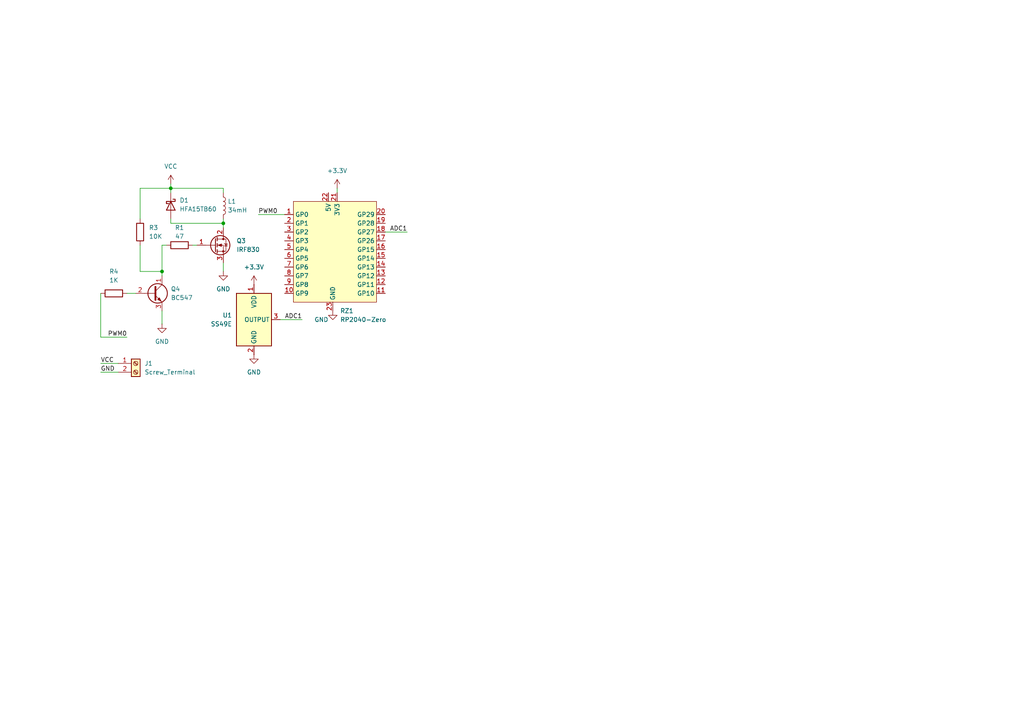
<source format=kicad_sch>
(kicad_sch (version 20250114) (generator "eeschema") (generator_version "9.0")
  (paper "A4")
  (lib_symbols
    (symbol "Connector:Screw_Terminal_01x02" (pin_names (offset 1.016) (hide yes))
      (property "Reference" "J" (at 0 2.54 0))
      (property "Value" "Screw_Terminal_01x02" (at 0 -5.08 0))
      (symbol "Screw_Terminal_01x02_1_1"
        (rectangle (start -1.27 1.27) (end 1.27 -3.81) (stroke (width 0.254)) (fill (type background)))
        (polyline (pts (xy -0.5334 0.3302) (xy 0.3302 -0.508)) (stroke (width 0.1524)))
        (polyline (pts (xy -0.5334 -2.2098) (xy 0.3302 -3.048)) (stroke (width 0.1524)))
        (polyline (pts (xy -0.3556 0.508) (xy 0.508 -0.3302)) (stroke (width 0.1524)))
        (polyline (pts (xy -0.3556 -2.032) (xy 0.508 -2.8702)) (stroke (width 0.1524)))
        (circle (center 0 0) (radius 0.635) (stroke (width 0.1524)))
        (circle (center 0 -2.54) (radius 0.635) (stroke (width 0.1524)))
        (pin passive line (at -5.08 0 0) (length 3.81) (name "Pin_1") (number "1"))
        (pin passive line (at -5.08 -2.54 0) (length 3.81) (name "Pin_2") (number "2"))
      )
    )
    (symbol "Device:L" (pin_numbers (hide yes)) (pin_names (offset 1.016) (hide yes))
      (property "Reference" "L" (at -1.27 0 90))
      (property "Value" "L" (at 1.905 0 90))
      (symbol "L_0_1"
        (arc (start 0 2.54) (mid 0.6323 1.905) (end 0 1.27))
        (arc (start 0 1.27) (mid 0.6323 0.635) (end 0 0))
        (arc (start 0 0) (mid 0.6323 -0.635) (end 0 -1.27))
        (arc (start 0 -1.27) (mid 0.6323 -1.905) (end 0 -2.54))
      )
      (symbol "L_1_1"
        (pin passive line (at 0 3.81 270) (length 1.27) (name "1") (number "1"))
        (pin passive line (at 0 -3.81 90) (length 1.27) (name "2") (number "2"))
      )
    )
    (symbol "Device:R" (pin_numbers (hide yes)) (pin_names (offset 0))
      (property "Reference" "R" (at 2.032 0 90))
      (property "Value" "R" (at 0 0 90))
      (symbol "R_0_1"
        (rectangle (start -1.016 -2.54) (end 1.016 2.54) (stroke (width 0.254)))
      )
      (symbol "R_1_1"
        (pin passive line (at 0 3.81 270) (length 1.27) (name "~") (number "1"))
        (pin passive line (at 0 -3.81 90) (length 1.27) (name "~") (number "2"))
      )
    )
    (symbol "Diode:1N5822" (pin_numbers (hide yes)) (pin_names (offset 1.016) (hide yes))
      (property "Reference" "D" (at 0 2.54 0))
      (property "Value" "1N5822" (at 0 -2.54 0))
      (symbol "1N5822_0_1"
        (polyline (pts (xy -1.905 0.635) (xy -1.905 1.27) (xy -1.27 1.27) (xy -1.27 -1.27) (xy -0.635 -1.27) (xy -0.635 -0.635)) (stroke (width 0.254)))
        (polyline (pts (xy 1.27 1.27) (xy 1.27 -1.27) (xy -1.27 0) (xy 1.27 1.27)) (stroke (width 0.254)))
        (polyline (pts (xy 1.27 0) (xy -1.27 0)))
      )
      (symbol "1N5822_1_1"
        (pin passive line (at -3.81 0 0) (length 2.54) (name "K") (number "1"))
        (pin passive line (at 3.81 0 180) (length 2.54) (name "A") (number "2"))
      )
    )
    (symbol "RP2040-Zero:RP2040-Zero"
      (property "Reference" "RZ" (at 0 0 0))
      (property "Value" "RP2040-Zero" (at 0 -2.54 0))
      (property "Footprint" "RP2040-Zero:RP2040-Zero" (at 0 0 0))
      (symbol "RP2040-Zero_0_1"
        (rectangle (start -11.43 -15.24) (end 12.7 13.97) (fill (type background)))
      )
      (symbol "RP2040-Zero_1_1"
        (pin bidirectional line (at -13.97 10.16 0) (length 2.54) (name "GP0") (number "1"))
        (pin bidirectional line (at -13.97 7.62 0) (length 2.54) (name "GP1") (number "2"))
        (pin bidirectional line (at -13.97 5.08 0) (length 2.54) (name "GP2") (number "3"))
        (pin bidirectional line (at -13.97 2.54 0) (length 2.54) (name "GP3") (number "4"))
        (pin bidirectional line (at -13.97 0 0) (length 2.54) (name "GP4") (number "5"))
        (pin bidirectional line (at -13.97 -2.54 0) (length 2.54) (name "GP5") (number "6"))
        (pin bidirectional line (at -13.97 -5.08 0) (length 2.54) (name "GP6") (number "7"))
        (pin bidirectional line (at -13.97 -7.62 0) (length 2.54) (name "GP7") (number "8"))
        (pin bidirectional line (at -13.97 -10.16 0) (length 2.54) (name "GP8") (number "9"))
        (pin bidirectional line (at -13.97 -12.7 0) (length 2.54) (name "GP9") (number "10"))
        (pin power_in line (at -1.27 16.51 270) (length 2.54) (name "5V") (number "22"))
        (pin power_in line (at 0 -17.78 90) (length 2.54) (name "GND") (number "23"))
        (pin power_in line (at 1.27 16.51 270) (length 2.54) (name "3V3") (number "21"))
        (pin bidirectional line (at 15.24 10.16 180) (length 2.54) (name "GP29") (number "20"))
        (pin bidirectional line (at 15.24 7.62 180) (length 2.54) (name "GP28") (number "19"))
        (pin bidirectional line (at 15.24 5.08 180) (length 2.54) (name "GP27") (number "18"))
        (pin bidirectional line (at 15.24 2.54 180) (length 2.54) (name "GP26") (number "17"))
        (pin bidirectional line (at 15.24 0 180) (length 2.54) (name "GP15") (number "16"))
        (pin bidirectional line (at 15.24 -2.54 180) (length 2.54) (name "GP14") (number "15"))
        (pin bidirectional line (at 15.24 -5.08 180) (length 2.54) (name "GP13") (number "14"))
        (pin bidirectional line (at 15.24 -7.62 180) (length 2.54) (name "GP12") (number "13"))
        (pin bidirectional line (at 15.24 -10.16 180) (length 2.54) (name "GP11") (number "12"))
        (pin bidirectional line (at 15.24 -12.7 180) (length 2.54) (name "GP10") (number "11"))
      )
    )
    (symbol "Sensor_Magnetic:AH1806-P"
      (property "Reference" "U" (at -5.08 8.89 0))
      (property "Value" "AH1806-P" (at 7.62 8.89 0))
      (symbol "AH1806-P_0_1"
        (rectangle (start 5.08 7.62) (end -5.08 -7.62) (stroke (width 0.254)) (fill (type background)))
      )
      (symbol "AH1806-P_1_1"
        (pin power_in line (at 0 10.16 270) (length 2.54) (name "VDD") (number "1"))
        (pin power_in line (at 0 -10.16 90) (length 2.54) (name "GND") (number "2"))
        (pin open_collector line (at 7.62 0 180) (length 2.54) (name "OUTPUT") (number "3"))
      )
    )
    (symbol "Transistor_BJT:BC548" (pin_names (offset 0) (hide yes))
      (property "Reference" "Q" (at 5.08 1.905 0))
      (property "Value" "BC548" (at 5.08 0 0))
      (symbol "BC548_0_1"
        (polyline (pts (xy -2.54 0) (xy 0.635 0)))
        (polyline (pts (xy 0.635 1.905) (xy 0.635 -1.905)) (stroke (width 0.508)))
        (circle (center 1.27 0) (radius 2.8194) (stroke (width 0.254)))
      )
      (symbol "BC548_1_1"
        (polyline (pts (xy 0.635 0.635) (xy 2.54 2.54)))
        (polyline (pts (xy 0.635 -0.635) (xy 2.54 -2.54)))
        (polyline (pts (xy 1.27 -1.778) (xy 1.778 -1.27) (xy 2.286 -2.286) (xy 1.27 -1.778)) (fill (type outline)))
        (pin input line (at -5.08 0 0) (length 2.54) (name "B") (number "2"))
        (pin passive line (at 2.54 5.08 270) (length 2.54) (name "C") (number "1"))
        (pin passive line (at 2.54 -5.08 90) (length 2.54) (name "E") (number "3"))
      )
    )
    (symbol "Transistor_FET:IRLZ44N" (pin_names (hide yes))
      (property "Reference" "Q" (at 5.08 1.905 0))
      (property "Value" "IRLZ44N" (at 5.08 0 0))
      (symbol "IRLZ44N_0_1"
        (polyline (pts (xy 0.254 1.905) (xy 0.254 -1.905)) (stroke (width 0.254)))
        (polyline (pts (xy 0.254 0) (xy -2.54 0)))
        (polyline (pts (xy 0.762 2.286) (xy 0.762 1.27)) (stroke (width 0.254)))
        (polyline (pts (xy 0.762 0.508) (xy 0.762 -0.508)) (stroke (width 0.254)))
        (polyline (pts (xy 0.762 -1.27) (xy 0.762 -2.286)) (stroke (width 0.254)))
        (polyline (pts (xy 0.762 -1.778) (xy 3.302 -1.778) (xy 3.302 1.778) (xy 0.762 1.778)))
        (polyline (pts (xy 1.016 0) (xy 2.032 0.381) (xy 2.032 -0.381) (xy 1.016 0)) (fill (type outline)))
        (circle (center 1.651 0) (radius 2.794) (stroke (width 0.254)))
        (polyline (pts (xy 2.54 2.54) (xy 2.54 1.778)))
        (circle (center 2.54 1.778) (radius 0.254) (fill (type outline)))
        (circle (center 2.54 -1.778) (radius 0.254) (fill (type outline)))
        (polyline (pts (xy 2.54 -2.54) (xy 2.54 0) (xy 0.762 0)))
        (polyline (pts (xy 2.794 0.508) (xy 2.921 0.381) (xy 3.683 0.381) (xy 3.81 0.254)))
        (polyline (pts (xy 3.302 0.381) (xy 2.921 -0.254) (xy 3.683 -0.254) (xy 3.302 0.381)))
      )
      (symbol "IRLZ44N_1_1"
        (pin input line (at -5.08 0 0) (length 2.54) (name "G") (number "1"))
        (pin passive line (at 2.54 5.08 270) (length 2.54) (name "D") (number "2"))
        (pin passive line (at 2.54 -5.08 90) (length 2.54) (name "S") (number "3"))
      )
    )
    (symbol "power:+3.3V" (power) (pin_numbers (hide yes)) (pin_names (offset 0) (hide yes))
      (property "Value" "+3.3V" (at 0 3.556 0))
      (symbol "+3.3V_0_1"
        (polyline (pts (xy -0.762 1.27) (xy 0 2.54)))
        (polyline (pts (xy 0 2.54) (xy 0.762 1.27)))
        (polyline (pts (xy 0 0) (xy 0 2.54)))
      )
      (symbol "+3.3V_1_1"
        (pin power_in line (at 0 0 90) (length 0) (name "~") (number "1"))
      )
    )
    (symbol "power:GND" (power) (pin_numbers (hide yes)) (pin_names (offset 0) (hide yes))
      (property "Value" "GND" (at 0 -3.81 0))
      (symbol "GND_0_1"
        (polyline (pts (xy 0 0) (xy 0 -1.27) (xy 1.27 -1.27) (xy 0 -2.54) (xy -1.27 -1.27) (xy 0 -1.27)))
      )
      (symbol "GND_1_1"
        (pin power_in line (at 0 0 270) (length 0) (name "~") (number "1"))
      )
    )
    (symbol "power:VCC" (power) (pin_numbers (hide yes)) (pin_names (offset 0) (hide yes))
      (property "Value" "VCC" (at 0 3.556 0))
      (symbol "VCC_0_1"
        (polyline (pts (xy -0.762 1.27) (xy 0 2.54)))
        (polyline (pts (xy 0 2.54) (xy 0.762 1.27)))
        (polyline (pts (xy 0 0) (xy 0 2.54)))
      )
      (symbol "VCC_1_1"
        (pin power_in line (at 0 0 90) (length 0) (name "~") (number "1"))
      )
    )
  )
  (junction (at 49.53 54.61))
  (junction (at 64.77 64.77))
  (junction (at 46.99 78.74))
  (wire (pts (xy 64.77 64.77) (xy 64.77 63.5)))
  (wire (pts (xy 49.53 64.77) (xy 49.53 63.5)))
  (wire (pts (xy 64.77 64.77) (xy 64.77 66.04)))
  (wire (pts (xy 40.64 78.74) (xy 46.99 78.74)))
  (wire (pts (xy 40.64 71.12) (xy 40.64 78.74)))
  (wire (pts (xy 97.79 54.61) (xy 97.79 55.88)))
  (wire (pts (xy 46.99 71.12) (xy 46.99 78.74)))
  (wire (pts (xy 111.76 67.31) (xy 118.11 67.31)))
  (wire (pts (xy 46.99 78.74) (xy 46.99 80.01)))
  (wire (pts (xy 46.99 71.12) (xy 48.26 71.12)))
  (wire (pts (xy 36.83 97.79) (xy 29.21 97.79)))
  (wire (pts (xy 49.53 64.77) (xy 64.77 64.77)))
  (wire (pts (xy 40.64 54.61) (xy 49.53 54.61)))
  (wire (pts (xy 46.99 90.17) (xy 46.99 93.98)))
  (wire (pts (xy 36.83 85.09) (xy 39.37 85.09)))
  (wire (pts (xy 64.77 76.2) (xy 64.77 78.74)))
  (wire (pts (xy 29.21 107.95) (xy 34.29 107.95)))
  (wire (pts (xy 40.64 54.61) (xy 40.64 63.5)))
  (wire (pts (xy 29.21 105.41) (xy 34.29 105.41)))
  (wire (pts (xy 49.53 53.34) (xy 49.53 54.61)))
  (wire (pts (xy 49.53 55.88) (xy 49.53 54.61)))
  (wire (pts (xy 74.93 62.23) (xy 82.55 62.23)))
  (wire (pts (xy 55.88 71.12) (xy 57.15 71.12)))
  (wire (pts (xy 81.28 92.71) (xy 87.63 92.71)))
  (wire (pts (xy 49.53 54.61) (xy 64.77 54.61)))
  (wire (pts (xy 64.77 55.88) (xy 64.77 54.61)))
  (wire (pts (xy 29.21 97.79) (xy 29.21 85.09)))
  (label "VCC" (at 29.21 105.41 0))
  (label "ADC1" (at 87.63 92.71 180))
  (label "PWM0" (at 74.93 62.23 0))
  (label "GND" (at 29.21 107.95 0))
  (label "PWM0" (at 36.83 97.79 180))
  (label "ADC1" (at 118.11 67.31 180))
  (symbol (lib_id "power:GND") (at 73.66 102.87 0) (unit 1)
    (property "Reference" "#PWR03" (effects (hide yes)))
    (property "Value" "GND" (at 73.66 107.95 0))
    (property "Description" "Power symbol creates a global label with name \"GND\" , ground" (effects (hide yes)))
  )
  (symbol (lib_id "power:VCC") (at 49.53 53.34 0) (unit 1)
    (property "Reference" "#PWR015" (effects (hide yes)))
    (property "Value" "VCC" (at 49.53 48.26 0))
    (property "Description" "Power symbol creates a global label with name \"VCC\"" (effects (hide yes)))
  )
  (symbol (lib_id "Transistor_BJT:BC548") (at 44.45 85.09 0) (unit 1)
    (property "Reference" "Q4" (at 49.53 83.8199 0) (effects (justify left)))
    (property "Value" "BC547" (at 49.53 86.3599 0) (effects (justify left)))
    (property "Footprint" "Package_TO_SOT_THT:TO-92_Inline" (effects (hide yes)))
    (property "Datasheet" "https://www.onsemi.com/pub/Collateral/BC550-D.pdf" (effects (hide yes)))
    (property "Description" "0.1A Ic, 30V Vce, Small Signal NPN Transistor, TO-92" (effects (hide yes)))
  )
  (symbol (lib_id "Device:R") (at 40.64 67.31 180) (unit 1)
    (property "Reference" "R3" (at 43.18 66.0399 0) (effects (justify right)))
    (property "Value" "10K" (at 43.18 68.5799 0) (effects (justify right)))
    (property "Footprint" "Inductor_THT:L_Axial_L5.3mm_D2.2mm_P7.62mm_Horizontal_Vishay_IM-1" (effects (hide yes)))
    (property "Description" "Resistor" (effects (hide yes)))
  )
  (symbol (lib_id "power:+3.3V") (at 97.79 54.61 0) (unit 1)
    (property "Reference" "#PWR02" (effects (hide yes)))
    (property "Value" "+3.3V" (at 97.79 49.53 0))
    (property "Description" "Power symbol creates a global label with name \"+3.3V\"" (effects (hide yes)))
  )
  (symbol (lib_id "power:GND") (at 64.77 78.74 0) (unit 1)
    (property "Reference" "#PWR013" (effects (hide yes)))
    (property "Value" "GND" (at 64.77 83.82 0))
    (property "Description" "Power symbol creates a global label with name \"GND\" , ground" (effects (hide yes)))
  )
  (symbol (lib_id "Diode:1N5822") (at 49.53 59.69 270) (unit 1)
    (property "Reference" "D1" (at 52.07 58.1024 90) (effects (justify left)))
    (property "Value" "HFA15TB60" (at 52.07 60.6424 90) (effects (justify left)))
    (property "Footprint" "Diode_THT:D_DO-41_SOD81_P10.16mm_Horizontal" (effects (hide yes)))
    (property "Datasheet" "http://www.vishay.com/docs/88526/1n5820.pdf" (effects (hide yes)))
    (property "Description" "40V 3A Schottky Barrier Rectifier Diode, DO-201AD" (effects (hide yes)))
  )
  (symbol (lib_id "Connector:Screw_Terminal_01x02") (at 39.37 105.41 0) (unit 1)
    (property "Reference" "J1" (at 41.91 105.4099 0) (effects (justify left)))
    (property "Value" "Screw_Terminal" (at 41.91 107.9499 0) (effects (justify left)))
    (property "Footprint" "TerminalBlock:TerminalBlock_bornier-2_P5.08mm" (effects (hide yes)))
    (property "Description" "Generic screw terminal, single row, 01x02, script generated (kicad-library-utils/schlib/autogen/connector/)" (effects (hide yes)))
  )
  (symbol (lib_id "power:GND") (at 46.99 93.98 0) (unit 1)
    (property "Reference" "#PWR09" (effects (hide yes)))
    (property "Value" "GND" (at 46.99 99.06 0))
    (property "Description" "Power symbol creates a global label with name \"GND\" , ground" (effects (hide yes)))
  )
  (symbol (lib_id "Device:L") (at 64.77 59.69 0) (unit 1)
    (property "Reference" "L1" (at 66.04 58.4199 0) (effects (justify left)))
    (property "Value" "34mH" (at 66.04 60.9599 0) (effects (justify left)))
    (property "Footprint" "Resistor_THT:R_Axial_DIN0207_L6.3mm_D2.5mm_P7.62mm_Horizontal" (effects (hide yes)))
    (property "Description" "Inductor" (effects (hide yes)))
  )
  (symbol (lib_id "Sensor_Magnetic:AH1806-P") (at 73.66 92.71 0) (unit 1)
    (property "Reference" "U1" (at 67.31 91.4399 0) (effects (justify right)))
    (property "Value" "SS49E" (at 67.31 93.9799 0) (effects (justify right)))
    (property "Footprint" "Package_TO_SOT_THT:TO-92_Inline_Wide" (effects (hide yes)))
    (property "Datasheet" "https://www.diodes.com/assets/Datasheets/AH1806.pdf" (effects (hide yes)))
    (property "Description" "High Sensitivity Micropower Omnipolar Hall-Effect Switch, SIP-3" (effects (hide yes)))
  )
  (symbol (lib_id "Device:R") (at 33.02 85.09 270) (unit 1)
    (property "Reference" "R4" (at 33.02 78.74 90))
    (property "Value" "1K" (at 33.02 81.28 90))
    (property "Footprint" "Inductor_THT:L_Axial_L5.3mm_D2.2mm_P7.62mm_Horizontal_Vishay_IM-1" (effects (hide yes)))
    (property "Description" "Resistor" (effects (hide yes)))
  )
  (symbol (lib_id "Device:R") (at 52.07 71.12 90) (unit 1)
    (property "Reference" "R1" (at 52.07 66.04 90))
    (property "Value" "47" (at 52.07 68.58 90))
    (property "Footprint" "Inductor_THT:L_Axial_L5.3mm_D2.2mm_P7.62mm_Horizontal_Vishay_IM-1" (effects (hide yes)))
    (property "Description" "Resistor" (effects (hide yes)))
  )
  (symbol (lib_id "RP2040-Zero:RP2040-Zero") (at 96.52 72.39 0) (unit 1)
    (property "Reference" "RZ1" (at 98.6633 90.17 0) (effects (justify left)))
    (property "Value" "RP2040-Zero" (at 98.6633 92.71 0) (effects (justify left)))
    (property "Footprint" "RP2040-Zero:RP2040-Zero" (effects (hide yes)))
  )
  (symbol (lib_id "power:GND") (at 96.52 90.17 0) (unit 1)
    (property "Reference" "#PWR01" (effects (hide yes)))
    (property "Value" "GND" (at 93.218 92.71 0))
    (property "Description" "Power symbol creates a global label with name \"GND\" , ground" (effects (hide yes)))
  )
  (symbol (lib_id "Transistor_FET:IRLZ44N") (at 62.23 71.12 0) (unit 1)
    (property "Reference" "Q3" (at 68.58 69.8499 0) (effects (justify left)))
    (property "Value" "IRF830" (at 68.58 72.3899 0) (effects (justify left)))
    (property "Footprint" "Package_TO_SOT_THT:TO-220-3_Vertical" (effects (hide yes)))
    (property "Datasheet" "http://www.irf.com/product-info/datasheets/data/irlz44n.pdf" (effects (hide yes)))
    (property "Description" "47A Id, 55V Vds, 22mOhm Rds Single N-Channel HEXFET Power MOSFET, TO-220AB" (effects (hide yes)))
  )
  (symbol (lib_id "power:+3.3V") (at 73.66 82.55 0) (unit 1)
    (property "Reference" "#PWR04" (effects (hide yes)))
    (property "Value" "+3.3V" (at 73.66 77.47 0))
    (property "Description" "Power symbol creates a global label with name \"+3.3V\"" (effects (hide yes)))
  )
)
</source>
